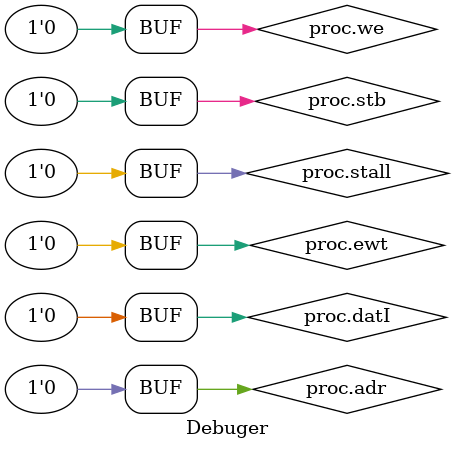
<source format=sv>
module hexToSeg7 (
	input	wire	[3:0]	hex,
	output	reg	[6:0]	seg7
);
always @(*) begin
	case(hex)
		// _
		//| |
		//|_|
		4'h0	: seg7 = 7'b0000001;
		//  
		//  |
		//  |
		4'h1	: seg7 = 7'b1001111;
		// _
		// _|
		//|_ 
		4'h2	: seg7 = 7'b0010010;
		// _
		// _|
		// _|
		4'h3	: seg7 = 7'b0000110;
		//  
		//|_|
		//  |
		4'h4	: seg7 = 7'b1001100;
		// _
		//|_ 
		// _|
		4'h5	: seg7 = 7'b0100100;
		// _
		//|_ 
		//|_|
		4'h6	: seg7 = 7'b0100000;
		// _
		//  |
		//  |
		4'h7	: seg7 = 7'b0001111;
		// _
		//|_|
		//|_|
		4'h8	: seg7 = 7'b0000000;
		// _
		//|_|
		//  |
		4'h9	: seg7 = 7'b0001100;
		// _
		//|_|
		//| |
		4'hA	: seg7 = 7'b0001000;
		//  
		//|_ 
		//|_|
		4'hB	: seg7 = 7'b1100000;
		// _
		//|  
		//|_ 
		4'hC	: seg7 = 7'b0110001;
		//  
		// _|
		//|_|
		4'hD	: seg7 = 7'b1000010;
		// _
		//|_ 
		//|_ 
		4'hE	: seg7 = 7'b0110000;
		// _
		//|_ 
		//|  
		4'hF	: seg7 = 7'b0111000;
		default	: seg7 = 7'b1111111;
	endcase;
end

endmodule
//****************************************************************************
//	powerOnReset
//	A counter to hold a reset line until it reaches TARGET.
//	
//
//	Description:
//		In FPGA's flip flops are ususally initialized to a uniform 
//		state.  A power on reset module like this counts to a target 
//		in the middle of the range so that the counter doesn't start 
//		in a finished state.
//
//	Inputs:
//		clock:	The clock for the counter (posedge triggered).
//	
//	Outputs:
//		reset:	The reset line (active high).
//
//	TODO:
//		- Nothing right now.
//****************************************************************************
module powerOnReset #(parameter WIDTH=8,parameter TARGET=8'h55) (
	input	logic	clock,
	output	logic	reset
);
logic [WIDTH-1:0] count;
always @(posedge clock) begin
	if (count < TARGET) begin
		reset = 1'b1;
		count = count + 1;
	end else begin
		reset = 1'b0;
		count = count;
	end
end
endmodule

module PowerManager (
	powerManagement.peripheral	proc
);
	assign proc.cpustall = 1'b0;
endmodule

module Debuger (
	debug.peripheral	proc
);
	assign proc.stall = 1'b0;
	assign proc.ewt = 1'b0;
	assign proc.stb = 1'b0;
	assign proc.we = 1'b0;
	assign proc.adr = 32'h0;
	assign proc.datI = 32'h0;
endmodule

</source>
